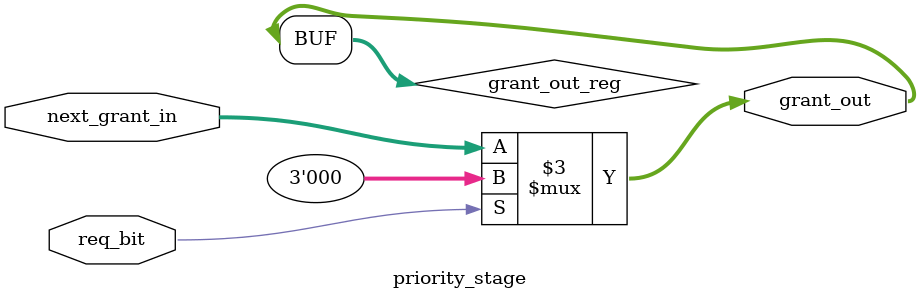
<source format=sv>
module IVMU_BinaryTree #(parameter W=8) (
    input [W-1:0] req,
    output [2:0] grant
);

    // W is not used in the logic, fixed at 8 bits for req indexing (7, 6, 5).
    // grant is 3 bits as per original.

    wire [2:0] grant_from_stage_5; // Output of stage 5, input to stage 6
    wire [2:0] grant_from_stage_6; // Output of stage 6, input to stage 7

    // Stage for req[5] - lowest priority among the checked bits (5, 6, 7)
    priority_stage #( .THIS_GRANT_VALUE(3'b101) ) stage_5 (
        .req_bit(req[5]),
        .next_grant_in(3'b000), // Default if req[5], req[6], req[7] are all low
        .grant_out(grant_from_stage_5)
    );

    // Stage for req[6] - medium priority
    priority_stage #( .THIS_GRANT_VALUE(3'b110) ) stage_6 (
        .req_bit(req[6]),
        .next_grant_in(grant_from_stage_5), // Default comes from stage 5
        .grant_out(grant_from_stage_6)
    );

    // Stage for req[7] - highest priority
    priority_stage #( .THIS_GRANT_VALUE(3'b111) ) stage_7 (
        .req_bit(req[7]),
        .next_grant_in(grant_from_stage_6), // Default comes from stage 6
        .grant_out(grant) // Final output of the priority chain
    );

endmodule

// Reusable module for a single priority stage
module priority_stage #(
    parameter [2:0] THIS_GRANT_VALUE = 3'b000 // Value to output if req_bit is high
) (
    input req_bit,          // The request bit for this stage
    input [2:0] next_grant_in, // Grant value from the next lower priority stage
    output [2:0] grant_out     // Output grant value
);
    // If the request bit for this stage is high, output this stage's grant value.
    // Otherwise, pass through the grant value from the next lower priority stage.

    reg [2:0] grant_out_reg;

    always @(*) begin
        if (req_bit) begin
            grant_out_reg = THIS_GRANT_VALUE;
        end else begin
            grant_out_reg = next_grant_in;
        end
    end

    assign grant_out = grant_out_reg;

endmodule
</source>
